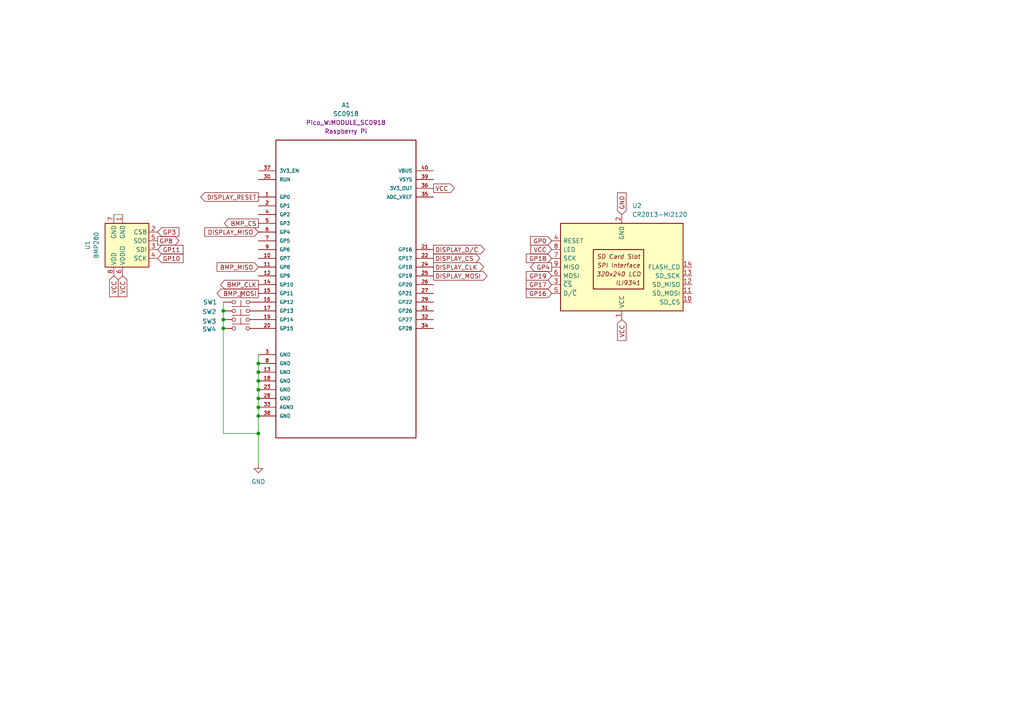
<source format=kicad_sch>
(kicad_sch
	(version 20231120)
	(generator "eeschema")
	(generator_version "8.0")
	(uuid "eaad14b4-abbe-45bd-a0be-e94eb6e69b90")
	(paper "A4")
	(lib_symbols
		(symbol "Driver_Display:CR2013-MI2120"
			(pin_names
				(offset 0.762)
			)
			(exclude_from_sim no)
			(in_bom yes)
			(on_board yes)
			(property "Reference" "U"
				(at -17.526 13.97 0)
				(effects
					(font
						(size 1.27 1.27)
					)
					(justify left)
				)
			)
			(property "Value" "CR2013-MI2120"
				(at 1.905 13.97 0)
				(effects
					(font
						(size 1.27 1.27)
					)
					(justify left)
				)
			)
			(property "Footprint" "Display:CR2013-MI2120"
				(at 0 -17.78 0)
				(effects
					(font
						(size 1.27 1.27)
					)
					(hide yes)
				)
			)
			(property "Datasheet" "http://pan.baidu.com/s/11Y990"
				(at -16.51 12.7 0)
				(effects
					(font
						(size 1.27 1.27)
					)
					(hide yes)
				)
			)
			(property "Description" "ILI9341 controller, SPI TFT LCD Display, 9-pin breakout PCB, 4-pin SD card interface, 5V/3.3V"
				(at 0 0 0)
				(effects
					(font
						(size 1.27 1.27)
					)
					(hide yes)
				)
			)
			(property "ki_keywords" "driver display"
				(at 0 0 0)
				(effects
					(font
						(size 1.27 1.27)
					)
					(hide yes)
				)
			)
			(property "ki_fp_filters" "*CR2013*MI2120*"
				(at 0 0 0)
				(effects
					(font
						(size 1.27 1.27)
					)
					(hide yes)
				)
			)
			(symbol "CR2013-MI2120_0_0"
				(text "320x240 LCD"
					(at 0.889 2.032 0)
					(effects
						(font
							(size 1.27 1.27)
							(italic yes)
						)
					)
				)
				(text "ILI9341"
					(at -5.461 4.572 0)
					(effects
						(font
							(size 1.27 1.27)
							(italic yes)
						)
						(justify left)
					)
				)
				(text "SD Card Slot"
					(at -5.461 -3.048 0)
					(effects
						(font
							(size 1.27 1.27)
							(italic yes)
						)
						(justify left)
					)
				)
				(text "SPI Interface"
					(at -5.461 -0.508 0)
					(effects
						(font
							(size 1.27 1.27)
							(italic yes)
						)
						(justify left)
					)
				)
			)
			(symbol "CR2013-MI2120_0_1"
				(rectangle
					(start -17.78 12.7)
					(end 17.78 -12.7)
					(stroke
						(width 0.254)
						(type default)
					)
					(fill
						(type background)
					)
				)
				(rectangle
					(start -6.35 6.35)
					(end 8.255 -5.08)
					(stroke
						(width 0.254)
						(type default)
					)
					(fill
						(type none)
					)
				)
			)
			(symbol "CR2013-MI2120_1_1"
				(pin power_in line
					(at 0 15.24 270)
					(length 2.54)
					(name "VCC"
						(effects
							(font
								(size 1.27 1.27)
							)
						)
					)
					(number "1"
						(effects
							(font
								(size 1.27 1.27)
							)
						)
					)
				)
				(pin input line
					(at -20.32 10.16 0)
					(length 2.54)
					(name "SD_CS"
						(effects
							(font
								(size 1.27 1.27)
							)
						)
					)
					(number "10"
						(effects
							(font
								(size 1.27 1.27)
							)
						)
					)
				)
				(pin input line
					(at -20.32 7.62 0)
					(length 2.54)
					(name "SD_MOSI"
						(effects
							(font
								(size 1.27 1.27)
							)
						)
					)
					(number "11"
						(effects
							(font
								(size 1.27 1.27)
							)
						)
					)
				)
				(pin output line
					(at -20.32 5.08 0)
					(length 2.54)
					(name "SD_MISO"
						(effects
							(font
								(size 1.27 1.27)
							)
						)
					)
					(number "12"
						(effects
							(font
								(size 1.27 1.27)
							)
						)
					)
				)
				(pin input line
					(at -20.32 2.54 0)
					(length 2.54)
					(name "SD_SCK"
						(effects
							(font
								(size 1.27 1.27)
							)
						)
					)
					(number "13"
						(effects
							(font
								(size 1.27 1.27)
							)
						)
					)
				)
				(pin input line
					(at -20.32 0 0)
					(length 2.54)
					(name "FLASH_CD"
						(effects
							(font
								(size 1.27 1.27)
							)
						)
					)
					(number "14"
						(effects
							(font
								(size 1.27 1.27)
							)
						)
					)
				)
				(pin power_in line
					(at 0 -15.24 90)
					(length 2.54)
					(name "GND"
						(effects
							(font
								(size 1.27 1.27)
							)
						)
					)
					(number "2"
						(effects
							(font
								(size 1.27 1.27)
							)
						)
					)
				)
				(pin input line
					(at 20.32 5.08 180)
					(length 2.54)
					(name "~{CS}"
						(effects
							(font
								(size 1.27 1.27)
							)
						)
					)
					(number "3"
						(effects
							(font
								(size 1.27 1.27)
							)
						)
					)
				)
				(pin input line
					(at 20.32 -7.62 180)
					(length 2.54)
					(name "RESET"
						(effects
							(font
								(size 1.27 1.27)
							)
						)
					)
					(number "4"
						(effects
							(font
								(size 1.27 1.27)
							)
						)
					)
				)
				(pin input line
					(at 20.32 7.62 180)
					(length 2.54)
					(name "D/~{C}"
						(effects
							(font
								(size 1.27 1.27)
							)
						)
					)
					(number "5"
						(effects
							(font
								(size 1.27 1.27)
							)
						)
					)
				)
				(pin input line
					(at 20.32 2.54 180)
					(length 2.54)
					(name "MOSI"
						(effects
							(font
								(size 1.27 1.27)
							)
						)
					)
					(number "6"
						(effects
							(font
								(size 1.27 1.27)
							)
						)
					)
				)
				(pin input line
					(at 20.32 -2.54 180)
					(length 2.54)
					(name "SCK"
						(effects
							(font
								(size 1.27 1.27)
							)
						)
					)
					(number "7"
						(effects
							(font
								(size 1.27 1.27)
							)
						)
					)
				)
				(pin input line
					(at 20.32 -5.08 180)
					(length 2.54)
					(name "LED"
						(effects
							(font
								(size 1.27 1.27)
							)
						)
					)
					(number "8"
						(effects
							(font
								(size 1.27 1.27)
							)
						)
					)
				)
				(pin output line
					(at 20.32 0 180)
					(length 2.54)
					(name "MISO"
						(effects
							(font
								(size 1.27 1.27)
							)
						)
					)
					(number "9"
						(effects
							(font
								(size 1.27 1.27)
							)
						)
					)
				)
			)
		)
		(symbol "Pico_W:SC0918"
			(pin_names
				(offset 1.016)
			)
			(exclude_from_sim no)
			(in_bom yes)
			(on_board yes)
			(property "Reference" "A1"
				(at 0 58.42 0)
				(effects
					(font
						(size 1.27 1.27)
					)
				)
			)
			(property "Value" "SC0918"
				(at 0 55.88 0)
				(effects
					(font
						(size 1.27 1.27)
					)
				)
			)
			(property "Footprint" "Raspberry Pi:MODULE_SC0918"
				(at -12.7 -46.99 0)
				(effects
					(font
						(size 1.27 1.27)
					)
					(justify bottom)
				)
			)
			(property "Datasheet" "https://datasheets.raspberrypi.com/picow/pico-w-datasheet.pdf"
				(at -26.67 -49.53 0)
				(effects
					(font
						(size 1.27 1.27)
					)
					(justify left bottom)
					(hide yes)
				)
			)
			(property "Description" ""
				(at 0 0 0)
				(effects
					(font
						(size 1.27 1.27)
					)
					(hide yes)
				)
			)
			(property "manufacturer" "Raspberry Pi"
				(at 0 53.34 0)
				(effects
					(font
						(size 1.27 1.27)
					)
				)
			)
			(property "P/N" "SC0918"
				(at 0 50.8 0)
				(effects
					(font
						(size 1.27 1.27)
					)
					(hide yes)
				)
			)
			(property "PARTREV" "1.6"
				(at 0 48.26 0)
				(effects
					(font
						(size 1.27 1.27)
					)
					(hide yes)
				)
			)
			(property "MAXIMUM_PACKAGE_HEIGHT" "3.73mm"
				(at 0 45.72 0)
				(effects
					(font
						(size 1.27 1.27)
					)
					(hide yes)
				)
			)
			(symbol "SC0918_0_0"
				(rectangle
					(start -20.32 -43.18)
					(end 20.32 43.18)
					(stroke
						(width 0.254)
						(type default)
					)
					(fill
						(type none)
					)
				)
				(pin bidirectional line
					(at -25.4 26.67 0)
					(length 5.08)
					(name "GP0"
						(effects
							(font
								(size 1.016 1.016)
							)
						)
					)
					(number "1"
						(effects
							(font
								(size 1.016 1.016)
							)
						)
					)
				)
				(pin bidirectional line
					(at -25.4 8.89 0)
					(length 5.08)
					(name "GP7"
						(effects
							(font
								(size 1.016 1.016)
							)
						)
					)
					(number "10"
						(effects
							(font
								(size 1.016 1.016)
							)
						)
					)
				)
				(pin bidirectional line
					(at -25.4 6.35 0)
					(length 5.08)
					(name "GP8"
						(effects
							(font
								(size 1.016 1.016)
							)
						)
					)
					(number "11"
						(effects
							(font
								(size 1.016 1.016)
							)
						)
					)
				)
				(pin bidirectional line
					(at -25.4 3.81 0)
					(length 5.08)
					(name "GP9"
						(effects
							(font
								(size 1.016 1.016)
							)
						)
					)
					(number "12"
						(effects
							(font
								(size 1.016 1.016)
							)
						)
					)
				)
				(pin power_in line
					(at -25.4 -24.13 0)
					(length 5.08)
					(name "GND"
						(effects
							(font
								(size 1.016 1.016)
							)
						)
					)
					(number "13"
						(effects
							(font
								(size 1.016 1.016)
							)
						)
					)
				)
				(pin bidirectional line
					(at -25.4 1.27 0)
					(length 5.08)
					(name "GP10"
						(effects
							(font
								(size 1.016 1.016)
							)
						)
					)
					(number "14"
						(effects
							(font
								(size 1.016 1.016)
							)
						)
					)
				)
				(pin bidirectional line
					(at -25.4 -1.27 0)
					(length 5.08)
					(name "GP11"
						(effects
							(font
								(size 1.016 1.016)
							)
						)
					)
					(number "15"
						(effects
							(font
								(size 1.016 1.016)
							)
						)
					)
				)
				(pin bidirectional line
					(at -25.4 -3.81 0)
					(length 5.08)
					(name "GP12"
						(effects
							(font
								(size 1.016 1.016)
							)
						)
					)
					(number "16"
						(effects
							(font
								(size 1.016 1.016)
							)
						)
					)
				)
				(pin bidirectional line
					(at -25.4 -6.35 0)
					(length 5.08)
					(name "GP13"
						(effects
							(font
								(size 1.016 1.016)
							)
						)
					)
					(number "17"
						(effects
							(font
								(size 1.016 1.016)
							)
						)
					)
				)
				(pin power_in line
					(at -25.4 -26.67 0)
					(length 5.08)
					(name "GND"
						(effects
							(font
								(size 1.016 1.016)
							)
						)
					)
					(number "18"
						(effects
							(font
								(size 1.016 1.016)
							)
						)
					)
				)
				(pin bidirectional line
					(at -25.4 -8.89 0)
					(length 5.08)
					(name "GP14"
						(effects
							(font
								(size 1.016 1.016)
							)
						)
					)
					(number "19"
						(effects
							(font
								(size 1.016 1.016)
							)
						)
					)
				)
				(pin bidirectional line
					(at -25.4 24.13 0)
					(length 5.08)
					(name "GP1"
						(effects
							(font
								(size 1.016 1.016)
							)
						)
					)
					(number "2"
						(effects
							(font
								(size 1.016 1.016)
							)
						)
					)
				)
				(pin bidirectional line
					(at -25.4 -11.43 0)
					(length 5.08)
					(name "GP15"
						(effects
							(font
								(size 1.016 1.016)
							)
						)
					)
					(number "20"
						(effects
							(font
								(size 1.016 1.016)
							)
						)
					)
				)
				(pin bidirectional line
					(at 25.4 11.43 180)
					(length 5.08)
					(name "GP16"
						(effects
							(font
								(size 1.016 1.016)
							)
						)
					)
					(number "21"
						(effects
							(font
								(size 1.016 1.016)
							)
						)
					)
				)
				(pin bidirectional line
					(at 25.4 8.89 180)
					(length 5.08)
					(name "GP17"
						(effects
							(font
								(size 1.016 1.016)
							)
						)
					)
					(number "22"
						(effects
							(font
								(size 1.016 1.016)
							)
						)
					)
				)
				(pin power_in line
					(at -25.4 -29.21 0)
					(length 5.08)
					(name "GND"
						(effects
							(font
								(size 1.016 1.016)
							)
						)
					)
					(number "23"
						(effects
							(font
								(size 1.016 1.016)
							)
						)
					)
				)
				(pin bidirectional line
					(at 25.4 6.35 180)
					(length 5.08)
					(name "GP18"
						(effects
							(font
								(size 1.016 1.016)
							)
						)
					)
					(number "24"
						(effects
							(font
								(size 1.016 1.016)
							)
						)
					)
				)
				(pin bidirectional line
					(at 25.4 3.81 180)
					(length 5.08)
					(name "GP19"
						(effects
							(font
								(size 1.016 1.016)
							)
						)
					)
					(number "25"
						(effects
							(font
								(size 1.016 1.016)
							)
						)
					)
				)
				(pin bidirectional line
					(at 25.4 1.27 180)
					(length 5.08)
					(name "GP20"
						(effects
							(font
								(size 1.016 1.016)
							)
						)
					)
					(number "26"
						(effects
							(font
								(size 1.016 1.016)
							)
						)
					)
				)
				(pin bidirectional line
					(at 25.4 -1.27 180)
					(length 5.08)
					(name "GP21"
						(effects
							(font
								(size 1.016 1.016)
							)
						)
					)
					(number "27"
						(effects
							(font
								(size 1.016 1.016)
							)
						)
					)
				)
				(pin power_in line
					(at -25.4 -31.75 0)
					(length 5.08)
					(name "GND"
						(effects
							(font
								(size 1.016 1.016)
							)
						)
					)
					(number "28"
						(effects
							(font
								(size 1.016 1.016)
							)
						)
					)
				)
				(pin bidirectional line
					(at 25.4 -3.81 180)
					(length 5.08)
					(name "GP22"
						(effects
							(font
								(size 1.016 1.016)
							)
						)
					)
					(number "29"
						(effects
							(font
								(size 1.016 1.016)
							)
						)
					)
				)
				(pin power_in line
					(at -25.4 -19.05 0)
					(length 5.08)
					(name "GND"
						(effects
							(font
								(size 1.016 1.016)
							)
						)
					)
					(number "3"
						(effects
							(font
								(size 1.016 1.016)
							)
						)
					)
				)
				(pin input line
					(at -25.4 31.75 0)
					(length 5.08)
					(name "RUN"
						(effects
							(font
								(size 1.016 1.016)
							)
						)
					)
					(number "30"
						(effects
							(font
								(size 1.016 1.016)
							)
						)
					)
				)
				(pin bidirectional line
					(at 25.4 -6.35 180)
					(length 5.08)
					(name "GP26"
						(effects
							(font
								(size 1.016 1.016)
							)
						)
					)
					(number "31"
						(effects
							(font
								(size 1.016 1.016)
							)
						)
					)
				)
				(pin bidirectional line
					(at 25.4 -8.89 180)
					(length 5.08)
					(name "GP27"
						(effects
							(font
								(size 1.016 1.016)
							)
						)
					)
					(number "32"
						(effects
							(font
								(size 1.016 1.016)
							)
						)
					)
				)
				(pin power_in line
					(at -25.4 -34.29 0)
					(length 5.08)
					(name "AGND"
						(effects
							(font
								(size 1.016 1.016)
							)
						)
					)
					(number "33"
						(effects
							(font
								(size 1.016 1.016)
							)
						)
					)
				)
				(pin bidirectional line
					(at 25.4 -11.43 180)
					(length 5.08)
					(name "GP28"
						(effects
							(font
								(size 1.016 1.016)
							)
						)
					)
					(number "34"
						(effects
							(font
								(size 1.016 1.016)
							)
						)
					)
				)
				(pin power_in line
					(at 25.4 26.67 180)
					(length 5.08)
					(name "ADC_VREF"
						(effects
							(font
								(size 1.016 1.016)
							)
						)
					)
					(number "35"
						(effects
							(font
								(size 1.016 1.016)
							)
						)
					)
				)
				(pin power_in line
					(at 25.4 29.21 180)
					(length 5.08)
					(name "3V3_OUT"
						(effects
							(font
								(size 1.016 1.016)
							)
						)
					)
					(number "36"
						(effects
							(font
								(size 1.016 1.016)
							)
						)
					)
				)
				(pin input line
					(at -25.4 34.29 0)
					(length 5.08)
					(name "3V3_EN"
						(effects
							(font
								(size 1.016 1.016)
							)
						)
					)
					(number "37"
						(effects
							(font
								(size 1.016 1.016)
							)
						)
					)
				)
				(pin power_in line
					(at -25.4 -36.83 0)
					(length 5.08)
					(name "GND"
						(effects
							(font
								(size 1.016 1.016)
							)
						)
					)
					(number "38"
						(effects
							(font
								(size 1.016 1.016)
							)
						)
					)
				)
				(pin free line
					(at 25.4 31.75 180)
					(length 5.08)
					(name "VSYS"
						(effects
							(font
								(size 1.016 1.016)
							)
						)
					)
					(number "39"
						(effects
							(font
								(size 1.016 1.016)
							)
						)
					)
				)
				(pin bidirectional line
					(at -25.4 21.59 0)
					(length 5.08)
					(name "GP2"
						(effects
							(font
								(size 1.016 1.016)
							)
						)
					)
					(number "4"
						(effects
							(font
								(size 1.016 1.016)
							)
						)
					)
				)
				(pin free line
					(at 25.4 34.29 180)
					(length 5.08)
					(name "VBUS"
						(effects
							(font
								(size 1.016 1.016)
							)
						)
					)
					(number "40"
						(effects
							(font
								(size 1.016 1.016)
							)
						)
					)
				)
				(pin bidirectional line
					(at -25.4 19.05 0)
					(length 5.08)
					(name "GP3"
						(effects
							(font
								(size 1.016 1.016)
							)
						)
					)
					(number "5"
						(effects
							(font
								(size 1.016 1.016)
							)
						)
					)
				)
				(pin bidirectional line
					(at -25.4 16.51 0)
					(length 5.08)
					(name "GP4"
						(effects
							(font
								(size 1.016 1.016)
							)
						)
					)
					(number "6"
						(effects
							(font
								(size 1.016 1.016)
							)
						)
					)
				)
				(pin bidirectional line
					(at -25.4 13.97 0)
					(length 5.08)
					(name "GP5"
						(effects
							(font
								(size 1.016 1.016)
							)
						)
					)
					(number "7"
						(effects
							(font
								(size 1.016 1.016)
							)
						)
					)
				)
				(pin power_in line
					(at -25.4 -21.59 0)
					(length 5.08)
					(name "GND"
						(effects
							(font
								(size 1.016 1.016)
							)
						)
					)
					(number "8"
						(effects
							(font
								(size 1.016 1.016)
							)
						)
					)
				)
				(pin bidirectional line
					(at -25.4 11.43 0)
					(length 5.08)
					(name "GP6"
						(effects
							(font
								(size 1.016 1.016)
							)
						)
					)
					(number "9"
						(effects
							(font
								(size 1.016 1.016)
							)
						)
					)
				)
			)
		)
		(symbol "Sensor_Pressure:BMP280"
			(exclude_from_sim no)
			(in_bom yes)
			(on_board yes)
			(property "Reference" "U"
				(at -7.62 10.16 0)
				(effects
					(font
						(size 1.27 1.27)
					)
					(justify left top)
				)
			)
			(property "Value" "BMP280"
				(at 5.08 10.16 0)
				(effects
					(font
						(size 1.27 1.27)
					)
					(justify left top)
				)
			)
			(property "Footprint" "Package_LGA:Bosch_LGA-8_2x2.5mm_P0.65mm_ClockwisePinNumbering"
				(at 0 -17.78 0)
				(effects
					(font
						(size 1.27 1.27)
					)
					(hide yes)
				)
			)
			(property "Datasheet" "https://ae-bst.resource.bosch.com/media/_tech/media/datasheets/BST-BMP280-DS001.pdf"
				(at 0 0 0)
				(effects
					(font
						(size 1.27 1.27)
					)
					(hide yes)
				)
			)
			(property "Description" "Absolute Barometric Pressure Sensor, LGA-8"
				(at 0 0 0)
				(effects
					(font
						(size 1.27 1.27)
					)
					(hide yes)
				)
			)
			(property "ki_keywords" "I2C, SPI, pressure, temperature, sensor"
				(at 0 0 0)
				(effects
					(font
						(size 1.27 1.27)
					)
					(hide yes)
				)
			)
			(property "ki_fp_filters" "Bosch*LGA*2x2.5mm*P0.65mm*"
				(at 0 0 0)
				(effects
					(font
						(size 1.27 1.27)
					)
					(hide yes)
				)
			)
			(symbol "BMP280_0_1"
				(rectangle
					(start -7.62 -5.08)
					(end 5.08 7.62)
					(stroke
						(width 0.254)
						(type default)
					)
					(fill
						(type background)
					)
				)
			)
			(symbol "BMP280_1_1"
				(pin power_in line
					(at 0 -7.62 90)
					(length 2.54)
					(name "GND"
						(effects
							(font
								(size 1.27 1.27)
							)
						)
					)
					(number "1"
						(effects
							(font
								(size 1.27 1.27)
							)
						)
					)
				)
				(pin input line
					(at -10.16 -2.54 0)
					(length 2.54)
					(name "CSB"
						(effects
							(font
								(size 1.27 1.27)
							)
						)
					)
					(number "2"
						(effects
							(font
								(size 1.27 1.27)
							)
						)
					)
				)
				(pin bidirectional line
					(at -10.16 2.54 0)
					(length 2.54)
					(name "SDI"
						(effects
							(font
								(size 1.27 1.27)
							)
						)
					)
					(number "3"
						(effects
							(font
								(size 1.27 1.27)
							)
						)
					)
				)
				(pin input line
					(at -10.16 5.08 0)
					(length 2.54)
					(name "SCK"
						(effects
							(font
								(size 1.27 1.27)
							)
						)
					)
					(number "4"
						(effects
							(font
								(size 1.27 1.27)
							)
						)
					)
				)
				(pin bidirectional line
					(at -10.16 0 0)
					(length 2.54)
					(name "SDO"
						(effects
							(font
								(size 1.27 1.27)
							)
						)
					)
					(number "5"
						(effects
							(font
								(size 1.27 1.27)
							)
						)
					)
				)
				(pin power_in line
					(at 0 10.16 270)
					(length 2.54)
					(name "VDDIO"
						(effects
							(font
								(size 1.27 1.27)
							)
						)
					)
					(number "6"
						(effects
							(font
								(size 1.27 1.27)
							)
						)
					)
				)
				(pin power_in line
					(at 2.54 -7.62 90)
					(length 2.54)
					(name "GND"
						(effects
							(font
								(size 1.27 1.27)
							)
						)
					)
					(number "7"
						(effects
							(font
								(size 1.27 1.27)
							)
						)
					)
				)
				(pin power_in line
					(at 2.54 10.16 270)
					(length 2.54)
					(name "VDD"
						(effects
							(font
								(size 1.27 1.27)
							)
						)
					)
					(number "8"
						(effects
							(font
								(size 1.27 1.27)
							)
						)
					)
				)
			)
		)
		(symbol "Switch:SW_Push"
			(pin_numbers hide)
			(pin_names
				(offset 1.016) hide)
			(exclude_from_sim no)
			(in_bom yes)
			(on_board yes)
			(property "Reference" "SW"
				(at 1.27 2.54 0)
				(effects
					(font
						(size 1.27 1.27)
					)
					(justify left)
				)
			)
			(property "Value" "SW_Push"
				(at 0 -1.524 0)
				(effects
					(font
						(size 1.27 1.27)
					)
				)
			)
			(property "Footprint" ""
				(at 0 5.08 0)
				(effects
					(font
						(size 1.27 1.27)
					)
					(hide yes)
				)
			)
			(property "Datasheet" "~"
				(at 0 5.08 0)
				(effects
					(font
						(size 1.27 1.27)
					)
					(hide yes)
				)
			)
			(property "Description" "Push button switch, generic, two pins"
				(at 0 0 0)
				(effects
					(font
						(size 1.27 1.27)
					)
					(hide yes)
				)
			)
			(property "ki_keywords" "switch normally-open pushbutton push-button"
				(at 0 0 0)
				(effects
					(font
						(size 1.27 1.27)
					)
					(hide yes)
				)
			)
			(symbol "SW_Push_0_1"
				(circle
					(center -2.032 0)
					(radius 0.508)
					(stroke
						(width 0)
						(type default)
					)
					(fill
						(type none)
					)
				)
				(polyline
					(pts
						(xy 0 1.27) (xy 0 3.048)
					)
					(stroke
						(width 0)
						(type default)
					)
					(fill
						(type none)
					)
				)
				(polyline
					(pts
						(xy 2.54 1.27) (xy -2.54 1.27)
					)
					(stroke
						(width 0)
						(type default)
					)
					(fill
						(type none)
					)
				)
				(circle
					(center 2.032 0)
					(radius 0.508)
					(stroke
						(width 0)
						(type default)
					)
					(fill
						(type none)
					)
				)
				(pin passive line
					(at -5.08 0 0)
					(length 2.54)
					(name "1"
						(effects
							(font
								(size 1.27 1.27)
							)
						)
					)
					(number "1"
						(effects
							(font
								(size 1.27 1.27)
							)
						)
					)
				)
				(pin passive line
					(at 5.08 0 180)
					(length 2.54)
					(name "2"
						(effects
							(font
								(size 1.27 1.27)
							)
						)
					)
					(number "2"
						(effects
							(font
								(size 1.27 1.27)
							)
						)
					)
				)
			)
		)
		(symbol "power:GND"
			(power)
			(pin_numbers hide)
			(pin_names
				(offset 0) hide)
			(exclude_from_sim no)
			(in_bom yes)
			(on_board yes)
			(property "Reference" "#PWR"
				(at 0 -6.35 0)
				(effects
					(font
						(size 1.27 1.27)
					)
					(hide yes)
				)
			)
			(property "Value" "GND"
				(at 0 -3.81 0)
				(effects
					(font
						(size 1.27 1.27)
					)
				)
			)
			(property "Footprint" ""
				(at 0 0 0)
				(effects
					(font
						(size 1.27 1.27)
					)
					(hide yes)
				)
			)
			(property "Datasheet" ""
				(at 0 0 0)
				(effects
					(font
						(size 1.27 1.27)
					)
					(hide yes)
				)
			)
			(property "Description" "Power symbol creates a global label with name \"GND\" , ground"
				(at 0 0 0)
				(effects
					(font
						(size 1.27 1.27)
					)
					(hide yes)
				)
			)
			(property "ki_keywords" "global power"
				(at 0 0 0)
				(effects
					(font
						(size 1.27 1.27)
					)
					(hide yes)
				)
			)
			(symbol "GND_0_1"
				(polyline
					(pts
						(xy 0 0) (xy 0 -1.27) (xy 1.27 -1.27) (xy 0 -2.54) (xy -1.27 -1.27) (xy 0 -1.27)
					)
					(stroke
						(width 0)
						(type default)
					)
					(fill
						(type none)
					)
				)
			)
			(symbol "GND_1_1"
				(pin power_in line
					(at 0 0 270)
					(length 0)
					(name "~"
						(effects
							(font
								(size 1.27 1.27)
							)
						)
					)
					(number "1"
						(effects
							(font
								(size 1.27 1.27)
							)
						)
					)
				)
			)
		)
	)
	(junction
		(at 74.93 125.73)
		(diameter 0)
		(color 0 0 0 0)
		(uuid "0b67f043-6335-48ef-bd14-2d0ac79fd1b9")
	)
	(junction
		(at 74.93 120.65)
		(diameter 0)
		(color 0 0 0 0)
		(uuid "0e394e10-5107-4af9-8588-9637ae7d8f90")
	)
	(junction
		(at 64.77 92.71)
		(diameter 0)
		(color 0 0 0 0)
		(uuid "121831a0-b9bc-466f-ae9d-071219c3109e")
	)
	(junction
		(at 74.93 115.57)
		(diameter 0)
		(color 0 0 0 0)
		(uuid "18cc2ec3-b6f3-411e-addf-bd546512845b")
	)
	(junction
		(at 74.93 118.11)
		(diameter 0)
		(color 0 0 0 0)
		(uuid "20af4efa-816e-4d07-9265-6c6ae09ce59e")
	)
	(junction
		(at 64.77 90.17)
		(diameter 0)
		(color 0 0 0 0)
		(uuid "4620f5d6-4eca-40d9-a872-b6c6f322f86d")
	)
	(junction
		(at 74.93 107.95)
		(diameter 0)
		(color 0 0 0 0)
		(uuid "6c16c34c-1cf9-4802-9864-73eb20c239a4")
	)
	(junction
		(at 74.93 113.03)
		(diameter 0)
		(color 0 0 0 0)
		(uuid "6e3f61e1-0665-48e3-bfa5-e91c4fb78e9b")
	)
	(junction
		(at 74.93 105.41)
		(diameter 0)
		(color 0 0 0 0)
		(uuid "8884825f-ac88-4810-8905-1d8b17fb4b0f")
	)
	(junction
		(at 64.77 95.25)
		(diameter 0)
		(color 0 0 0 0)
		(uuid "cbd6b27d-c7d9-41e6-925b-0b2227b87910")
	)
	(junction
		(at 74.93 110.49)
		(diameter 0)
		(color 0 0 0 0)
		(uuid "e17a3adc-e647-4425-8c0e-a2b65e4fff51")
	)
	(wire
		(pts
			(xy 64.77 90.17) (xy 64.77 92.71)
		)
		(stroke
			(width 0)
			(type default)
		)
		(uuid "2a5631c4-387c-4dbe-a7c6-7cf020fd619a")
	)
	(wire
		(pts
			(xy 64.77 125.73) (xy 74.93 125.73)
		)
		(stroke
			(width 0)
			(type default)
		)
		(uuid "319e80ec-a865-43b1-9f4a-c6d568470a4f")
	)
	(wire
		(pts
			(xy 74.93 107.95) (xy 74.93 110.49)
		)
		(stroke
			(width 0)
			(type default)
		)
		(uuid "335ee4b9-4bb0-4a2a-aa36-afd43fd15ef5")
	)
	(wire
		(pts
			(xy 74.93 105.41) (xy 74.93 107.95)
		)
		(stroke
			(width 0)
			(type default)
		)
		(uuid "46ad304d-afe7-4d69-bd4d-dd70be3698e4")
	)
	(wire
		(pts
			(xy 74.93 102.87) (xy 74.93 105.41)
		)
		(stroke
			(width 0)
			(type default)
		)
		(uuid "70fb4d20-ee32-410d-be6a-dc8b169e1495")
	)
	(wire
		(pts
			(xy 74.93 115.57) (xy 74.93 118.11)
		)
		(stroke
			(width 0)
			(type default)
		)
		(uuid "778449c1-f195-43af-91b9-46b755ff5bef")
	)
	(wire
		(pts
			(xy 74.93 113.03) (xy 74.93 115.57)
		)
		(stroke
			(width 0)
			(type default)
		)
		(uuid "a4f54e47-0f8e-49c5-b0ad-3917226e38e4")
	)
	(wire
		(pts
			(xy 74.93 110.49) (xy 74.93 113.03)
		)
		(stroke
			(width 0)
			(type default)
		)
		(uuid "aba9fb26-dbc8-4e87-ab58-21408363df09")
	)
	(wire
		(pts
			(xy 74.93 118.11) (xy 74.93 120.65)
		)
		(stroke
			(width 0)
			(type default)
		)
		(uuid "af27006d-c1bb-4291-a79b-ea37fcdb7287")
	)
	(wire
		(pts
			(xy 64.77 92.71) (xy 64.77 95.25)
		)
		(stroke
			(width 0)
			(type default)
		)
		(uuid "b52d8d2e-7450-4605-b5a3-6f667addbdaf")
	)
	(wire
		(pts
			(xy 64.77 95.25) (xy 64.77 125.73)
		)
		(stroke
			(width 0)
			(type default)
		)
		(uuid "c2a801bf-c0ed-42a9-9486-8ae528fe328c")
	)
	(wire
		(pts
			(xy 33.02 62.23) (xy 35.56 62.23)
		)
		(stroke
			(width 0)
			(type default)
		)
		(uuid "c5d14e54-9704-41f6-a42d-965d5079ee41")
	)
	(wire
		(pts
			(xy 74.93 120.65) (xy 74.93 125.73)
		)
		(stroke
			(width 0)
			(type default)
		)
		(uuid "d143e477-a0d1-4c82-ab60-6cf6ac80deee")
	)
	(wire
		(pts
			(xy 74.93 125.73) (xy 74.93 134.62)
		)
		(stroke
			(width 0)
			(type default)
		)
		(uuid "d1556e0a-e125-4932-9fdb-b37cf00d90e5")
	)
	(wire
		(pts
			(xy 64.77 87.63) (xy 64.77 90.17)
		)
		(stroke
			(width 0)
			(type default)
		)
		(uuid "dda67908-a144-4c47-83fc-0b0b1b2ff247")
	)
	(global_label "GP19"
		(shape input)
		(at 160.02 80.01 180)
		(fields_autoplaced yes)
		(effects
			(font
				(size 1.27 1.27)
			)
			(justify right)
		)
		(uuid "0c63dd6e-33ad-4f52-a5bb-60d98a8d0983")
		(property "Intersheetrefs" "${INTERSHEET_REFS}"
			(at 152.0758 80.01 0)
			(effects
				(font
					(size 1.27 1.27)
				)
				(justify right)
				(hide yes)
			)
		)
	)
	(global_label "DISPLAY_CS"
		(shape output)
		(at 125.73 74.93 0)
		(fields_autoplaced yes)
		(effects
			(font
				(size 1.27 1.27)
			)
			(justify left)
		)
		(uuid "0f08ffbf-8f43-4742-8ef8-a4a0765aea8c")
		(property "Intersheetrefs" "${INTERSHEET_REFS}"
			(at 139.7219 74.93 0)
			(effects
				(font
					(size 1.27 1.27)
				)
				(justify left)
				(hide yes)
			)
		)
	)
	(global_label "DISPLAY_CLK"
		(shape output)
		(at 125.73 77.47 0)
		(fields_autoplaced yes)
		(effects
			(font
				(size 1.27 1.27)
			)
			(justify left)
		)
		(uuid "19d7f90d-3d0a-4f79-95ec-40d85ad204b4")
		(property "Intersheetrefs" "${INTERSHEET_REFS}"
			(at 140.8105 77.47 0)
			(effects
				(font
					(size 1.27 1.27)
				)
				(justify left)
				(hide yes)
			)
		)
	)
	(global_label "DISPLAY_D{slash}C"
		(shape output)
		(at 125.73 72.39 0)
		(fields_autoplaced yes)
		(effects
			(font
				(size 1.27 1.27)
			)
			(justify left)
		)
		(uuid "21d3ff16-2f06-4baf-a4ee-827d1da52874")
		(property "Intersheetrefs" "${INTERSHEET_REFS}"
			(at 141.1129 72.39 0)
			(effects
				(font
					(size 1.27 1.27)
				)
				(justify left)
				(hide yes)
			)
		)
	)
	(global_label "GP8"
		(shape output)
		(at 45.72 69.85 0)
		(fields_autoplaced yes)
		(effects
			(font
				(size 1.27 1.27)
			)
			(justify left)
		)
		(uuid "27851cc9-8d08-4feb-9717-3c864bd1db3a")
		(property "Intersheetrefs" "${INTERSHEET_REFS}"
			(at 52.4547 69.85 0)
			(effects
				(font
					(size 1.27 1.27)
				)
				(justify left)
				(hide yes)
			)
		)
	)
	(global_label "DISPLAY_MOSI"
		(shape output)
		(at 125.73 80.01 0)
		(fields_autoplaced yes)
		(effects
			(font
				(size 1.27 1.27)
			)
			(justify left)
		)
		(uuid "2bef9cd5-fa52-413d-abb4-f1707b98b33b")
		(property "Intersheetrefs" "${INTERSHEET_REFS}"
			(at 141.8386 80.01 0)
			(effects
				(font
					(size 1.27 1.27)
				)
				(justify left)
				(hide yes)
			)
		)
	)
	(global_label "DISPLAY_RESET"
		(shape output)
		(at 74.93 57.15 180)
		(fields_autoplaced yes)
		(effects
			(font
				(size 1.27 1.27)
			)
			(justify right)
		)
		(uuid "52522e36-870f-420e-92ad-09111cfaa930")
		(property "Intersheetrefs" "${INTERSHEET_REFS}"
			(at 57.6725 57.15 0)
			(effects
				(font
					(size 1.27 1.27)
				)
				(justify right)
				(hide yes)
			)
		)
	)
	(global_label "GP16"
		(shape input)
		(at 160.02 85.09 180)
		(fields_autoplaced yes)
		(effects
			(font
				(size 1.27 1.27)
			)
			(justify right)
		)
		(uuid "5683d283-f277-4da5-b930-9169c8303ef4")
		(property "Intersheetrefs" "${INTERSHEET_REFS}"
			(at 152.0758 85.09 0)
			(effects
				(font
					(size 1.27 1.27)
				)
				(justify right)
				(hide yes)
			)
		)
	)
	(global_label "DISPLAY_MISO"
		(shape input)
		(at 74.93 67.31 180)
		(fields_autoplaced yes)
		(effects
			(font
				(size 1.27 1.27)
			)
			(justify right)
		)
		(uuid "578b16fb-282c-41bc-b5ff-7dc40bec80d7")
		(property "Intersheetrefs" "${INTERSHEET_REFS}"
			(at 58.8214 67.31 0)
			(effects
				(font
					(size 1.27 1.27)
				)
				(justify right)
				(hide yes)
			)
		)
	)
	(global_label "GND"
		(shape input)
		(at 180.34 62.23 90)
		(fields_autoplaced yes)
		(effects
			(font
				(size 1.27 1.27)
			)
			(justify left)
		)
		(uuid "69d9bbb7-8463-4868-bd74-c59b0d00fba7")
		(property "Intersheetrefs" "${INTERSHEET_REFS}"
			(at 180.34 55.3743 90)
			(effects
				(font
					(size 1.27 1.27)
				)
				(justify left)
				(hide yes)
			)
		)
	)
	(global_label "GP0"
		(shape input)
		(at 160.02 69.85 180)
		(fields_autoplaced yes)
		(effects
			(font
				(size 1.27 1.27)
			)
			(justify right)
		)
		(uuid "850ae875-29e5-4a8f-910e-a56e7fcdb938")
		(property "Intersheetrefs" "${INTERSHEET_REFS}"
			(at 153.2853 69.85 0)
			(effects
				(font
					(size 1.27 1.27)
				)
				(justify right)
				(hide yes)
			)
		)
	)
	(global_label "VCC"
		(shape input)
		(at 35.56 80.01 270)
		(fields_autoplaced yes)
		(effects
			(font
				(size 1.27 1.27)
			)
			(justify right)
		)
		(uuid "8548e774-ce7d-4848-9ae3-e4ad87adc046")
		(property "Intersheetrefs" "${INTERSHEET_REFS}"
			(at 35.56 86.6238 90)
			(effects
				(font
					(size 1.27 1.27)
				)
				(justify right)
				(hide yes)
			)
		)
	)
	(global_label "GP4"
		(shape output)
		(at 160.02 77.47 180)
		(fields_autoplaced yes)
		(effects
			(font
				(size 1.27 1.27)
			)
			(justify right)
		)
		(uuid "857854b3-3d3e-4d7b-b426-71c2225955e8")
		(property "Intersheetrefs" "${INTERSHEET_REFS}"
			(at 153.2853 77.47 0)
			(effects
				(font
					(size 1.27 1.27)
				)
				(justify right)
				(hide yes)
			)
		)
	)
	(global_label "GP11"
		(shape input)
		(at 45.72 72.39 0)
		(fields_autoplaced yes)
		(effects
			(font
				(size 1.27 1.27)
			)
			(justify left)
		)
		(uuid "921ade14-9f1f-4a7e-a48c-36a677a97324")
		(property "Intersheetrefs" "${INTERSHEET_REFS}"
			(at 53.6642 72.39 0)
			(effects
				(font
					(size 1.27 1.27)
				)
				(justify left)
				(hide yes)
			)
		)
	)
	(global_label "VCC"
		(shape input)
		(at 33.02 80.01 270)
		(fields_autoplaced yes)
		(effects
			(font
				(size 1.27 1.27)
			)
			(justify right)
		)
		(uuid "93868cc9-6a5a-423a-8aaa-bc39cf4de94c")
		(property "Intersheetrefs" "${INTERSHEET_REFS}"
			(at 33.02 86.6238 90)
			(effects
				(font
					(size 1.27 1.27)
				)
				(justify right)
				(hide yes)
			)
		)
	)
	(global_label "VCC"
		(shape input)
		(at 160.02 72.39 180)
		(fields_autoplaced yes)
		(effects
			(font
				(size 1.27 1.27)
			)
			(justify right)
		)
		(uuid "939afce8-5181-41df-9fb4-ba4300cdd362")
		(property "Intersheetrefs" "${INTERSHEET_REFS}"
			(at 153.4062 72.39 0)
			(effects
				(font
					(size 1.27 1.27)
				)
				(justify right)
				(hide yes)
			)
		)
	)
	(global_label "BMP_CS"
		(shape output)
		(at 74.93 64.77 180)
		(fields_autoplaced yes)
		(effects
			(font
				(size 1.27 1.27)
			)
			(justify right)
		)
		(uuid "9c2214d9-bc4f-4c7e-863a-18a12db0dc6c")
		(property "Intersheetrefs" "${INTERSHEET_REFS}"
			(at 64.5063 64.77 0)
			(effects
				(font
					(size 1.27 1.27)
				)
				(justify right)
				(hide yes)
			)
		)
	)
	(global_label "VCC"
		(shape input)
		(at 180.34 92.71 270)
		(fields_autoplaced yes)
		(effects
			(font
				(size 1.27 1.27)
			)
			(justify right)
		)
		(uuid "a042972c-0af0-493e-b37f-b01c244d2c46")
		(property "Intersheetrefs" "${INTERSHEET_REFS}"
			(at 180.34 99.3238 90)
			(effects
				(font
					(size 1.27 1.27)
				)
				(justify right)
				(hide yes)
			)
		)
	)
	(global_label "BMP_CLK"
		(shape output)
		(at 74.93 82.55 180)
		(fields_autoplaced yes)
		(effects
			(font
				(size 1.27 1.27)
			)
			(justify right)
		)
		(uuid "afdb49ff-5771-4cbc-b7f4-7c9ddf3f436f")
		(property "Intersheetrefs" "${INTERSHEET_REFS}"
			(at 63.4177 82.55 0)
			(effects
				(font
					(size 1.27 1.27)
				)
				(justify right)
				(hide yes)
			)
		)
	)
	(global_label "GP17"
		(shape input)
		(at 160.02 82.55 180)
		(fields_autoplaced yes)
		(effects
			(font
				(size 1.27 1.27)
			)
			(justify right)
		)
		(uuid "c2823924-ace6-4fe1-8464-87140ae43d27")
		(property "Intersheetrefs" "${INTERSHEET_REFS}"
			(at 152.0758 82.55 0)
			(effects
				(font
					(size 1.27 1.27)
				)
				(justify right)
				(hide yes)
			)
		)
	)
	(global_label "GP18"
		(shape input)
		(at 160.02 74.93 180)
		(fields_autoplaced yes)
		(effects
			(font
				(size 1.27 1.27)
			)
			(justify right)
		)
		(uuid "d90d3b86-48b7-4f98-940d-e1da249b7281")
		(property "Intersheetrefs" "${INTERSHEET_REFS}"
			(at 152.0758 74.93 0)
			(effects
				(font
					(size 1.27 1.27)
				)
				(justify right)
				(hide yes)
			)
		)
	)
	(global_label "BMP_MOSI"
		(shape output)
		(at 74.93 85.09 180)
		(fields_autoplaced yes)
		(effects
			(font
				(size 1.27 1.27)
			)
			(justify right)
		)
		(uuid "e10cafbc-5c65-4d10-97a7-a3cde7c33451")
		(property "Intersheetrefs" "${INTERSHEET_REFS}"
			(at 62.3896 85.09 0)
			(effects
				(font
					(size 1.27 1.27)
				)
				(justify right)
				(hide yes)
			)
		)
	)
	(global_label "BMP_MISO"
		(shape input)
		(at 74.93 77.47 180)
		(fields_autoplaced yes)
		(effects
			(font
				(size 1.27 1.27)
			)
			(justify right)
		)
		(uuid "e13a8b51-1951-433e-97e1-13a7af7c2e7d")
		(property "Intersheetrefs" "${INTERSHEET_REFS}"
			(at 62.3896 77.47 0)
			(effects
				(font
					(size 1.27 1.27)
				)
				(justify right)
				(hide yes)
			)
		)
	)
	(global_label "VCC"
		(shape output)
		(at 125.73 54.61 0)
		(fields_autoplaced yes)
		(effects
			(font
				(size 1.27 1.27)
			)
			(justify left)
		)
		(uuid "eaea4f39-f92d-4736-9728-8441fe3340ab")
		(property "Intersheetrefs" "${INTERSHEET_REFS}"
			(at 132.3438 54.61 0)
			(effects
				(font
					(size 1.27 1.27)
				)
				(justify left)
				(hide yes)
			)
		)
	)
	(global_label "GP10"
		(shape input)
		(at 45.72 74.93 0)
		(fields_autoplaced yes)
		(effects
			(font
				(size 1.27 1.27)
			)
			(justify left)
		)
		(uuid "f90d4188-a863-4e64-8735-34d219755c11")
		(property "Intersheetrefs" "${INTERSHEET_REFS}"
			(at 53.6642 74.93 0)
			(effects
				(font
					(size 1.27 1.27)
				)
				(justify left)
				(hide yes)
			)
		)
	)
	(global_label "GP3"
		(shape input)
		(at 45.72 67.31 0)
		(fields_autoplaced yes)
		(effects
			(font
				(size 1.27 1.27)
			)
			(justify left)
		)
		(uuid "fc54bfcf-5dea-4b12-b3ad-5c959561aaa8")
		(property "Intersheetrefs" "${INTERSHEET_REFS}"
			(at 52.4547 67.31 0)
			(effects
				(font
					(size 1.27 1.27)
				)
				(justify left)
				(hide yes)
			)
		)
	)
	(symbol
		(lib_id "power:GND")
		(at 74.93 134.62 0)
		(unit 1)
		(exclude_from_sim no)
		(in_bom yes)
		(on_board yes)
		(dnp no)
		(fields_autoplaced yes)
		(uuid "10860b23-6d08-4bc3-a2dc-d9de286e5385")
		(property "Reference" "#PWR01"
			(at 74.93 140.97 0)
			(effects
				(font
					(size 1.27 1.27)
				)
				(hide yes)
			)
		)
		(property "Value" "GND"
			(at 74.93 139.7 0)
			(effects
				(font
					(size 1.27 1.27)
				)
			)
		)
		(property "Footprint" ""
			(at 74.93 134.62 0)
			(effects
				(font
					(size 1.27 1.27)
				)
				(hide yes)
			)
		)
		(property "Datasheet" ""
			(at 74.93 134.62 0)
			(effects
				(font
					(size 1.27 1.27)
				)
				(hide yes)
			)
		)
		(property "Description" "Power symbol creates a global label with name \"GND\" , ground"
			(at 74.93 134.62 0)
			(effects
				(font
					(size 1.27 1.27)
				)
				(hide yes)
			)
		)
		(pin "1"
			(uuid "82fb288e-e9dd-416e-b6ba-eb70e8dc9322")
		)
		(instances
			(project "project"
				(path "/eaad14b4-abbe-45bd-a0be-e94eb6e69b90"
					(reference "#PWR01")
					(unit 1)
				)
			)
		)
	)
	(symbol
		(lib_id "Switch:SW_Push")
		(at 69.85 95.25 0)
		(unit 1)
		(exclude_from_sim no)
		(in_bom yes)
		(on_board yes)
		(dnp no)
		(uuid "17c8307f-3a30-4f54-a773-f6dff38cc6aa")
		(property "Reference" "SW4"
			(at 60.706 95.504 0)
			(effects
				(font
					(size 1.27 1.27)
				)
			)
		)
		(property "Value" "SW_Push"
			(at 69.85 90.17 0)
			(effects
				(font
					(size 1.27 1.27)
				)
				(hide yes)
			)
		)
		(property "Footprint" ""
			(at 69.85 90.17 0)
			(effects
				(font
					(size 1.27 1.27)
				)
				(hide yes)
			)
		)
		(property "Datasheet" "~"
			(at 69.85 90.17 0)
			(effects
				(font
					(size 1.27 1.27)
				)
				(hide yes)
			)
		)
		(property "Description" "Push button switch, generic, two pins"
			(at 69.85 95.25 0)
			(effects
				(font
					(size 1.27 1.27)
				)
				(hide yes)
			)
		)
		(pin "1"
			(uuid "79958f03-de1f-47c5-98b9-4412039afef5")
		)
		(pin "2"
			(uuid "db521a17-b446-46f1-853c-cea2f9234147")
		)
		(instances
			(project "project"
				(path "/eaad14b4-abbe-45bd-a0be-e94eb6e69b90"
					(reference "SW4")
					(unit 1)
				)
			)
		)
	)
	(symbol
		(lib_id "Pico_W:SC0918")
		(at 100.33 83.82 0)
		(unit 1)
		(exclude_from_sim no)
		(in_bom yes)
		(on_board yes)
		(dnp no)
		(fields_autoplaced yes)
		(uuid "1ab8b266-c0fd-4aa5-a135-420262eb2430")
		(property "Reference" "A1"
			(at 100.33 30.48 0)
			(effects
				(font
					(size 1.27 1.27)
				)
			)
		)
		(property "Value" "SC0918"
			(at 100.33 33.02 0)
			(effects
				(font
					(size 1.27 1.27)
				)
			)
		)
		(property "Footprint" "Pico_W:MODULE_SC0918"
			(at 100.33 35.56 0)
			(effects
				(font
					(size 1.27 1.27)
				)
			)
		)
		(property "Datasheet" "https://datasheets.raspberrypi.com/picow/pico-w-datasheet.pdf"
			(at 73.66 133.35 0)
			(effects
				(font
					(size 1.27 1.27)
				)
				(justify left bottom)
				(hide yes)
			)
		)
		(property "Description" ""
			(at 100.33 83.82 0)
			(effects
				(font
					(size 1.27 1.27)
				)
				(hide yes)
			)
		)
		(property "manufacturer" "Raspberry Pi"
			(at 100.33 38.1 0)
			(effects
				(font
					(size 1.27 1.27)
				)
			)
		)
		(property "P/N" "SC0918"
			(at 100.33 33.02 0)
			(effects
				(font
					(size 1.27 1.27)
				)
				(hide yes)
			)
		)
		(property "PARTREV" "1.6"
			(at 100.33 35.56 0)
			(effects
				(font
					(size 1.27 1.27)
				)
				(hide yes)
			)
		)
		(property "MAXIMUM_PACKAGE_HEIGHT" "3.73mm"
			(at 100.33 38.1 0)
			(effects
				(font
					(size 1.27 1.27)
				)
				(hide yes)
			)
		)
		(pin "9"
			(uuid "2831d957-4a88-4933-8770-915275bc4051")
		)
		(pin "6"
			(uuid "5a544110-7b0b-42cf-8e05-5214e3363b85")
		)
		(pin "7"
			(uuid "2ed6a204-0343-486a-9204-ce402b47e912")
		)
		(pin "29"
			(uuid "6ba12629-49ee-4393-bac5-b495bbb60e95")
		)
		(pin "30"
			(uuid "77d0311d-500a-4950-8a3c-4064de09d10c")
		)
		(pin "22"
			(uuid "9ea8b1ca-158e-4ce9-aed9-d15b121293f9")
		)
		(pin "12"
			(uuid "ea65899e-aa4a-414f-a50c-caa6b81cab43")
		)
		(pin "8"
			(uuid "c565301b-d1ee-4d8d-9650-9024b7609168")
		)
		(pin "28"
			(uuid "4d0bac78-7660-4ee6-841c-f5a166d9d1e3")
		)
		(pin "13"
			(uuid "eb432c1b-c246-44f9-ba3c-64785b0cbc3d")
		)
		(pin "5"
			(uuid "2e9436ba-6066-4a8a-859e-4bde4867f281")
		)
		(pin "21"
			(uuid "341137c1-be0c-4dab-93f0-5ed80843eb80")
		)
		(pin "37"
			(uuid "4e39f7af-cea2-4438-9acc-2944cccc2b3e")
		)
		(pin "16"
			(uuid "eeb2f3bf-4e64-4ae3-bc97-7bb5a7a165a3")
		)
		(pin "17"
			(uuid "a30c444e-1fa7-4957-864d-754467624de7")
		)
		(pin "20"
			(uuid "c8de69df-154d-4448-bfd2-c9ade661c10d")
		)
		(pin "34"
			(uuid "b7565c42-8055-4254-95a8-f80374f55aa3")
		)
		(pin "36"
			(uuid "64170cad-ec7c-49d3-be5c-fe2066face8b")
		)
		(pin "24"
			(uuid "6d54228d-6e74-4fab-b957-da8fc70a186a")
		)
		(pin "32"
			(uuid "6434da79-94f0-45b4-8139-9102750fbb40")
		)
		(pin "33"
			(uuid "9175d7b5-c4cb-43cf-b2ab-b39f986094ff")
		)
		(pin "23"
			(uuid "dbe1f258-8352-45f5-9974-f9634730d43c")
		)
		(pin "25"
			(uuid "02c8a3d9-a80b-4584-98d0-94510c01e8e5")
		)
		(pin "27"
			(uuid "f2c67b83-c200-4898-9cdd-df2a67fff19a")
		)
		(pin "11"
			(uuid "147c861e-9961-432f-b314-a706ee74a16b")
		)
		(pin "31"
			(uuid "679b16e2-3dd8-4dec-bc32-fb7444eac70f")
		)
		(pin "15"
			(uuid "825b169b-1244-47dc-b442-3f146a99dce3")
		)
		(pin "3"
			(uuid "3f8eaa8b-189e-4446-938c-ea7f0443d161")
		)
		(pin "14"
			(uuid "553f783f-325c-4f01-b8e5-e4c70c8e9186")
		)
		(pin "26"
			(uuid "d9314685-5efc-4cc7-9391-bbabb0a82ade")
		)
		(pin "19"
			(uuid "8188d1a5-2445-4275-b32c-9f4a852612fb")
		)
		(pin "18"
			(uuid "8f56f263-8e0f-4305-8f87-f88027faa934")
		)
		(pin "40"
			(uuid "30fba0ee-e55b-4d9d-a352-12ca8948b9fa")
		)
		(pin "35"
			(uuid "9d5df86b-ed1e-4365-89f1-8d60ed46d7c3")
		)
		(pin "2"
			(uuid "71248a48-311a-41e6-ab3b-44b8d60c76b7")
		)
		(pin "39"
			(uuid "a9674ed2-1703-4e4c-992b-aecfc9561c6b")
		)
		(pin "10"
			(uuid "9e88c054-fbeb-4043-9c47-f8350ef965a1")
		)
		(pin "38"
			(uuid "f8c1975a-d052-4a18-8189-0181ac475c89")
		)
		(pin "4"
			(uuid "7e765450-0d4f-4d1d-90e9-f84096cd7990")
		)
		(pin "1"
			(uuid "552da74c-a80c-4247-9513-e39f0622e025")
		)
		(instances
			(project "project"
				(path "/eaad14b4-abbe-45bd-a0be-e94eb6e69b90"
					(reference "A1")
					(unit 1)
				)
			)
		)
	)
	(symbol
		(lib_id "Driver_Display:CR2013-MI2120")
		(at 180.34 77.47 180)
		(unit 1)
		(exclude_from_sim no)
		(in_bom yes)
		(on_board yes)
		(dnp no)
		(fields_autoplaced yes)
		(uuid "5148eb83-a718-4e7f-88c7-1ec4517dc0d7")
		(property "Reference" "U2"
			(at 183.3565 59.69 0)
			(effects
				(font
					(size 1.27 1.27)
				)
				(justify right)
			)
		)
		(property "Value" "CR2013-MI2120"
			(at 183.3565 62.23 0)
			(effects
				(font
					(size 1.27 1.27)
				)
				(justify right)
			)
		)
		(property "Footprint" "Display:CR2013-MI2120"
			(at 180.34 59.69 0)
			(effects
				(font
					(size 1.27 1.27)
				)
				(hide yes)
			)
		)
		(property "Datasheet" "http://pan.baidu.com/s/11Y990"
			(at 196.85 90.17 0)
			(effects
				(font
					(size 1.27 1.27)
				)
				(hide yes)
			)
		)
		(property "Description" "ILI9341 controller, SPI TFT LCD Display, 9-pin breakout PCB, 4-pin SD card interface, 5V/3.3V"
			(at 180.34 77.47 0)
			(effects
				(font
					(size 1.27 1.27)
				)
				(hide yes)
			)
		)
		(pin "9"
			(uuid "e6f669ee-94a3-45c5-a2c4-c4fce6af634e")
		)
		(pin "2"
			(uuid "a1ac083b-f0e2-410a-ad76-1ceef2a9f197")
		)
		(pin "1"
			(uuid "7ebbed9e-5a81-4647-a8bc-c2433b4dbfdc")
		)
		(pin "10"
			(uuid "6aa042a2-7b3a-4b44-8f5d-5e798bc883c2")
		)
		(pin "5"
			(uuid "11d0266d-6df4-4554-a64e-32a8e672d1c8")
		)
		(pin "7"
			(uuid "96ff9e4d-ad26-4e5e-b6cb-0971e57053c6")
		)
		(pin "4"
			(uuid "61d8bcc4-46ba-43c8-b9e0-d83e3461e5ce")
		)
		(pin "8"
			(uuid "65c691ed-487c-411e-86b2-97332688223b")
		)
		(pin "12"
			(uuid "ad1eb854-f498-42cd-9316-4ac1915b5063")
		)
		(pin "6"
			(uuid "56b12ba7-3a87-44ef-bc32-abc980164514")
		)
		(pin "13"
			(uuid "7d2567bf-a79c-42e9-b6ae-10496c81ecb0")
		)
		(pin "3"
			(uuid "d0b996fc-6655-46d9-b291-cb8a76017d64")
		)
		(pin "11"
			(uuid "e515b1f5-2acc-4c40-9356-5f46508130f7")
		)
		(pin "14"
			(uuid "c9be1daf-43d2-49a2-ade2-c409179b9f59")
		)
		(instances
			(project "project"
				(path "/eaad14b4-abbe-45bd-a0be-e94eb6e69b90"
					(reference "U2")
					(unit 1)
				)
			)
		)
	)
	(symbol
		(lib_id "Switch:SW_Push")
		(at 69.85 87.63 0)
		(unit 1)
		(exclude_from_sim no)
		(in_bom yes)
		(on_board yes)
		(dnp no)
		(uuid "5e833aff-7a61-4a29-9392-02ae65218928")
		(property "Reference" "SW1"
			(at 60.96 87.63 0)
			(effects
				(font
					(size 1.27 1.27)
				)
			)
		)
		(property "Value" "SW_Push"
			(at 68.834 83.82 0)
			(effects
				(font
					(size 1.27 1.27)
				)
				(hide yes)
			)
		)
		(property "Footprint" ""
			(at 69.85 82.55 0)
			(effects
				(font
					(size 1.27 1.27)
				)
				(hide yes)
			)
		)
		(property "Datasheet" "~"
			(at 69.85 82.55 0)
			(effects
				(font
					(size 1.27 1.27)
				)
				(hide yes)
			)
		)
		(property "Description" "Push button switch, generic, two pins"
			(at 69.85 87.63 0)
			(effects
				(font
					(size 1.27 1.27)
				)
				(hide yes)
			)
		)
		(pin "2"
			(uuid "ba0743a2-3f8a-4d7f-b7ac-dc498626dab9")
		)
		(pin "1"
			(uuid "be0d28e8-0bd1-4264-ab28-279a5e4ca5aa")
		)
		(instances
			(project "project"
				(path "/eaad14b4-abbe-45bd-a0be-e94eb6e69b90"
					(reference "SW1")
					(unit 1)
				)
			)
		)
	)
	(symbol
		(lib_id "Sensor_Pressure:BMP280")
		(at 35.56 69.85 180)
		(unit 1)
		(exclude_from_sim no)
		(in_bom yes)
		(on_board yes)
		(dnp no)
		(fields_autoplaced yes)
		(uuid "6aa2a6b1-b9ab-461f-b460-9cb7cbeacb95")
		(property "Reference" "U1"
			(at 25.4 71.12 90)
			(effects
				(font
					(size 1.27 1.27)
				)
			)
		)
		(property "Value" "BMP280"
			(at 27.94 71.12 90)
			(effects
				(font
					(size 1.27 1.27)
				)
			)
		)
		(property "Footprint" "Package_LGA:Bosch_LGA-8_2x2.5mm_P0.65mm_ClockwisePinNumbering"
			(at 35.56 52.07 0)
			(effects
				(font
					(size 1.27 1.27)
				)
				(hide yes)
			)
		)
		(property "Datasheet" "https://ae-bst.resource.bosch.com/media/_tech/media/datasheets/BST-BMP280-DS001.pdf"
			(at 35.56 69.85 0)
			(effects
				(font
					(size 1.27 1.27)
				)
				(hide yes)
			)
		)
		(property "Description" "Absolute Barometric Pressure Sensor, LGA-8"
			(at 35.56 69.85 0)
			(effects
				(font
					(size 1.27 1.27)
				)
				(hide yes)
			)
		)
		(pin "1"
			(uuid "2b251fac-c6fc-4d3c-af2f-8ee0f0ea09c1")
		)
		(pin "8"
			(uuid "19683b1c-49c4-4f6d-aab4-1b8a21b1acc8")
		)
		(pin "3"
			(uuid "afc6a875-9847-4c0f-9864-233392a6f31d")
		)
		(pin "4"
			(uuid "aeecdd92-6c8e-40ec-a3b8-d16b643e5b31")
		)
		(pin "2"
			(uuid "fd72d61f-fe26-4e04-9d47-dcf7dd1f544a")
		)
		(pin "7"
			(uuid "25249f1c-b584-4abf-a190-d309283a8974")
		)
		(pin "6"
			(uuid "62f82d6b-91e5-41f0-beda-888fef38aa04")
		)
		(pin "5"
			(uuid "6efef3a4-443e-433c-9cc0-03a620d1c24c")
		)
		(instances
			(project "project"
				(path "/eaad14b4-abbe-45bd-a0be-e94eb6e69b90"
					(reference "U1")
					(unit 1)
				)
			)
		)
	)
	(symbol
		(lib_id "Switch:SW_Push")
		(at 69.85 92.71 0)
		(unit 1)
		(exclude_from_sim no)
		(in_bom yes)
		(on_board yes)
		(dnp no)
		(uuid "9aff49ac-9ed0-4184-83ab-6e29e164916f")
		(property "Reference" "SW3"
			(at 60.706 93.218 0)
			(effects
				(font
					(size 1.27 1.27)
				)
			)
		)
		(property "Value" "SW_Push"
			(at 69.85 87.63 0)
			(effects
				(font
					(size 1.27 1.27)
				)
				(hide yes)
			)
		)
		(property "Footprint" ""
			(at 69.85 87.63 0)
			(effects
				(font
					(size 1.27 1.27)
				)
				(hide yes)
			)
		)
		(property "Datasheet" "~"
			(at 69.85 87.63 0)
			(effects
				(font
					(size 1.27 1.27)
				)
				(hide yes)
			)
		)
		(property "Description" "Push button switch, generic, two pins"
			(at 69.85 92.71 0)
			(effects
				(font
					(size 1.27 1.27)
				)
				(hide yes)
			)
		)
		(pin "1"
			(uuid "a0063ec0-9dc5-4eeb-bbd3-f66566192593")
		)
		(pin "2"
			(uuid "d956b767-1a19-4f4e-b680-d9a7ec9aa577")
		)
		(instances
			(project "project"
				(path "/eaad14b4-abbe-45bd-a0be-e94eb6e69b90"
					(reference "SW3")
					(unit 1)
				)
			)
		)
	)
	(symbol
		(lib_id "Switch:SW_Push")
		(at 69.85 90.17 0)
		(unit 1)
		(exclude_from_sim no)
		(in_bom yes)
		(on_board yes)
		(dnp no)
		(uuid "a256d0ad-a39c-4e2e-9396-8aaa99aeefa7")
		(property "Reference" "SW2"
			(at 60.706 90.424 0)
			(effects
				(font
					(size 1.27 1.27)
				)
			)
		)
		(property "Value" "SW_Push"
			(at 69.85 85.09 0)
			(effects
				(font
					(size 1.27 1.27)
				)
				(hide yes)
			)
		)
		(property "Footprint" ""
			(at 69.85 85.09 0)
			(effects
				(font
					(size 1.27 1.27)
				)
				(hide yes)
			)
		)
		(property "Datasheet" "~"
			(at 69.85 85.09 0)
			(effects
				(font
					(size 1.27 1.27)
				)
				(hide yes)
			)
		)
		(property "Description" "Push button switch, generic, two pins"
			(at 69.85 90.17 0)
			(effects
				(font
					(size 1.27 1.27)
				)
				(hide yes)
			)
		)
		(pin "2"
			(uuid "7ace14f4-1a71-45e5-aab1-9aea5632f3f7")
		)
		(pin "1"
			(uuid "863a25ca-fe2d-4019-9d3b-707a81bf805f")
		)
		(instances
			(project "project"
				(path "/eaad14b4-abbe-45bd-a0be-e94eb6e69b90"
					(reference "SW2")
					(unit 1)
				)
			)
		)
	)
	(sheet_instances
		(path "/"
			(page "1")
		)
	)
)

</source>
